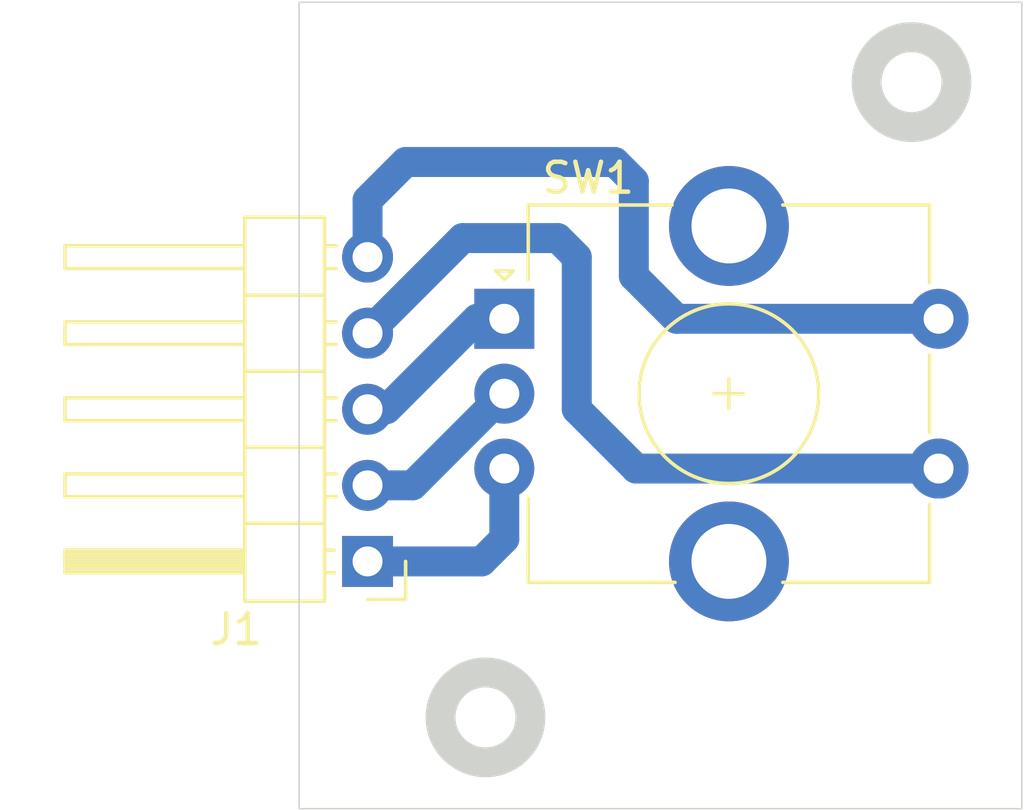
<source format=kicad_pcb>
(kicad_pcb (version 20171130) (host pcbnew "(5.1.6)-1")

  (general
    (thickness 1.6)
    (drawings 12)
    (tracks 20)
    (zones 0)
    (modules 2)
    (nets 1)
  )

  (page A4)
  (layers
    (0 F.Cu signal)
    (31 B.Cu signal)
    (32 B.Adhes user)
    (33 F.Adhes user)
    (34 B.Paste user)
    (35 F.Paste user)
    (36 B.SilkS user)
    (37 F.SilkS user)
    (38 B.Mask user)
    (39 F.Mask user)
    (40 Dwgs.User user)
    (41 Cmts.User user)
    (42 Eco1.User user)
    (43 Eco2.User user)
    (44 Edge.Cuts user)
    (45 Margin user)
    (46 B.CrtYd user)
    (47 F.CrtYd user)
    (48 B.Fab user)
    (49 F.Fab user)
  )

  (setup
    (last_trace_width 0.25)
    (user_trace_width 1)
    (trace_clearance 0.2)
    (zone_clearance 0.508)
    (zone_45_only no)
    (trace_min 0.2)
    (via_size 0.8)
    (via_drill 0.4)
    (via_min_size 0.4)
    (via_min_drill 0.3)
    (uvia_size 0.3)
    (uvia_drill 0.1)
    (uvias_allowed no)
    (uvia_min_size 0.2)
    (uvia_min_drill 0.1)
    (edge_width 0.05)
    (segment_width 0.2)
    (pcb_text_width 0.3)
    (pcb_text_size 1.5 1.5)
    (mod_edge_width 0.12)
    (mod_text_size 1 1)
    (mod_text_width 0.15)
    (pad_size 4 4)
    (pad_drill 2.5)
    (pad_to_mask_clearance 0.05)
    (aux_axis_origin 0 0)
    (visible_elements 7FFFFFFF)
    (pcbplotparams
      (layerselection 0x010fc_ffffffff)
      (usegerberextensions false)
      (usegerberattributes true)
      (usegerberadvancedattributes true)
      (creategerberjobfile true)
      (excludeedgelayer true)
      (linewidth 0.100000)
      (plotframeref false)
      (viasonmask false)
      (mode 1)
      (useauxorigin false)
      (hpglpennumber 1)
      (hpglpenspeed 20)
      (hpglpendiameter 15.000000)
      (psnegative false)
      (psa4output false)
      (plotreference true)
      (plotvalue true)
      (plotinvisibletext false)
      (padsonsilk false)
      (subtractmaskfromsilk false)
      (outputformat 1)
      (mirror false)
      (drillshape 1)
      (scaleselection 1)
      (outputdirectory ""))
  )

  (net 0 "")

  (net_class Default "This is the default net class."
    (clearance 0.2)
    (trace_width 0.25)
    (via_dia 0.8)
    (via_drill 0.4)
    (uvia_dia 0.3)
    (uvia_drill 0.1)
  )

  (module Rotary_Encoder:RotaryEncoder_Alps_EC12E-Switch_Vertical_H20mm (layer F.Cu) (tedit 5FCA637A) (tstamp 5FCA680F)
    (at 145.789 102.39)
    (descr "Alps rotary encoder, EC12E... with switch, vertical shaft, http://www.alps.com/prod/info/E/HTML/Encoder/Incremental/EC12E/EC12E1240405.html & http://cdn-reichelt.de/documents/datenblatt/F100/402097STEC12E08.PDF")
    (tags "rotary encoder")
    (path /5FA36CA2)
    (fp_text reference SW1 (at 2.8 -4.7) (layer F.SilkS)
      (effects (font (size 1 1) (thickness 0.15)))
    )
    (fp_text value Rotary_Encoder_Switch (at 7.5 10.4) (layer F.Fab)
      (effects (font (size 1 1) (thickness 0.15)))
    )
    (fp_circle (center 7.5 2.5) (end 10.5 2.5) (layer F.Fab) (width 0.12))
    (fp_circle (center 7.5 2.5) (end 10.5 2.5) (layer F.SilkS) (width 0.12))
    (fp_line (start 16 9.85) (end -1.5 9.85) (layer F.CrtYd) (width 0.05))
    (fp_line (start 16 9.85) (end 16 -4.85) (layer F.CrtYd) (width 0.05))
    (fp_line (start -1.5 -4.85) (end -1.5 9.85) (layer F.CrtYd) (width 0.05))
    (fp_line (start -1.5 -4.85) (end 16 -4.85) (layer F.CrtYd) (width 0.05))
    (fp_line (start 1.9 -3.7) (end 14.1 -3.7) (layer F.Fab) (width 0.12))
    (fp_line (start 14.1 -3.7) (end 14.1 8.7) (layer F.Fab) (width 0.12))
    (fp_line (start 14.1 8.7) (end 0.9 8.7) (layer F.Fab) (width 0.12))
    (fp_line (start 0.9 8.7) (end 0.9 -2.6) (layer F.Fab) (width 0.12))
    (fp_line (start 0.9 -2.6) (end 1.9 -3.7) (layer F.Fab) (width 0.12))
    (fp_line (start 9.3 -3.8) (end 14.2 -3.8) (layer F.SilkS) (width 0.12))
    (fp_line (start 14.2 8.8) (end 9.3 8.8) (layer F.SilkS) (width 0.12))
    (fp_line (start 5.7 8.8) (end 0.8 8.8) (layer F.SilkS) (width 0.12))
    (fp_line (start 0.8 8.8) (end 0.8 6) (layer F.SilkS) (width 0.12))
    (fp_line (start 5.6 -3.8) (end 0.8 -3.8) (layer F.SilkS) (width 0.12))
    (fp_line (start 0.8 -3.8) (end 0.8 -1.3) (layer F.SilkS) (width 0.12))
    (fp_line (start 0 -1.3) (end -0.3 -1.6) (layer F.SilkS) (width 0.12))
    (fp_line (start -0.3 -1.6) (end 0.3 -1.6) (layer F.SilkS) (width 0.12))
    (fp_line (start 0.3 -1.6) (end 0 -1.3) (layer F.SilkS) (width 0.12))
    (fp_line (start 7.5 -0.5) (end 7.5 5.5) (layer F.Fab) (width 0.12))
    (fp_line (start 4.5 2.5) (end 10.5 2.5) (layer F.Fab) (width 0.12))
    (fp_line (start 14.2 -3.8) (end 14.2 -1.2) (layer F.SilkS) (width 0.12))
    (fp_line (start 14.2 1.2) (end 14.2 3.8) (layer F.SilkS) (width 0.12))
    (fp_line (start 14.2 6.2) (end 14.2 8.8) (layer F.SilkS) (width 0.12))
    (fp_line (start 7.5 2) (end 7.5 3) (layer F.SilkS) (width 0.12))
    (fp_line (start 7 2.5) (end 8 2.5) (layer F.SilkS) (width 0.12))
    (fp_text user %R (at 11.5 6.6) (layer F.Fab)
      (effects (font (size 1 1) (thickness 0.15)))
    )
    (pad S2 thru_hole circle (at 14.5 5) (size 2 2) (drill 1) (layers *.Cu *.Mask))
    (pad S1 thru_hole circle (at 14.5 0) (size 2 2) (drill 1) (layers *.Cu *.Mask))
    (pad MP thru_hole circle (at 7.5 8.1) (size 4 4) (drill 2.5) (layers *.Cu *.Mask))
    (pad MP thru_hole circle (at 7.5 -3.1) (size 4 4) (drill 2.5) (layers *.Cu *.Mask))
    (pad B thru_hole circle (at 0 5) (size 2 2) (drill 1) (layers *.Cu *.Mask))
    (pad C thru_hole circle (at 0 2.5) (size 2 2) (drill 1) (layers *.Cu *.Mask))
    (pad A thru_hole rect (at 0 0) (size 2 2) (drill 1) (layers *.Cu *.Mask))
    (model ${KISYS3DMOD}/Rotary_Encoder.3dshapes/RotaryEncoder_Alps_EC12E-Switch_Vertical_H20mm.wrl
      (at (xyz 0 0 0))
      (scale (xyz 1 1 1))
      (rotate (xyz 0 0 0))
    )
  )

  (module Connector_PinHeader_2.54mm:PinHeader_1x05_P2.54mm_Horizontal (layer F.Cu) (tedit 59FED5CB) (tstamp 5FCA67A1)
    (at 141.224 110.49 180)
    (descr "Through hole angled pin header, 1x05, 2.54mm pitch, 6mm pin length, single row")
    (tags "Through hole angled pin header THT 1x05 2.54mm single row")
    (path /5FA37B5F)
    (fp_text reference J1 (at 4.385 -2.27) (layer F.SilkS)
      (effects (font (size 1 1) (thickness 0.15)))
    )
    (fp_text value Conn_2Rows-05Pins (at 4.385 12.43) (layer F.Fab)
      (effects (font (size 1 1) (thickness 0.15)))
    )
    (fp_line (start 10.55 -1.8) (end -1.8 -1.8) (layer F.CrtYd) (width 0.05))
    (fp_line (start 10.55 11.95) (end 10.55 -1.8) (layer F.CrtYd) (width 0.05))
    (fp_line (start -1.8 11.95) (end 10.55 11.95) (layer F.CrtYd) (width 0.05))
    (fp_line (start -1.8 -1.8) (end -1.8 11.95) (layer F.CrtYd) (width 0.05))
    (fp_line (start -1.27 -1.27) (end 0 -1.27) (layer F.SilkS) (width 0.12))
    (fp_line (start -1.27 0) (end -1.27 -1.27) (layer F.SilkS) (width 0.12))
    (fp_line (start 1.042929 10.54) (end 1.44 10.54) (layer F.SilkS) (width 0.12))
    (fp_line (start 1.042929 9.78) (end 1.44 9.78) (layer F.SilkS) (width 0.12))
    (fp_line (start 10.1 10.54) (end 4.1 10.54) (layer F.SilkS) (width 0.12))
    (fp_line (start 10.1 9.78) (end 10.1 10.54) (layer F.SilkS) (width 0.12))
    (fp_line (start 4.1 9.78) (end 10.1 9.78) (layer F.SilkS) (width 0.12))
    (fp_line (start 1.44 8.89) (end 4.1 8.89) (layer F.SilkS) (width 0.12))
    (fp_line (start 1.042929 8) (end 1.44 8) (layer F.SilkS) (width 0.12))
    (fp_line (start 1.042929 7.24) (end 1.44 7.24) (layer F.SilkS) (width 0.12))
    (fp_line (start 10.1 8) (end 4.1 8) (layer F.SilkS) (width 0.12))
    (fp_line (start 10.1 7.24) (end 10.1 8) (layer F.SilkS) (width 0.12))
    (fp_line (start 4.1 7.24) (end 10.1 7.24) (layer F.SilkS) (width 0.12))
    (fp_line (start 1.44 6.35) (end 4.1 6.35) (layer F.SilkS) (width 0.12))
    (fp_line (start 1.042929 5.46) (end 1.44 5.46) (layer F.SilkS) (width 0.12))
    (fp_line (start 1.042929 4.7) (end 1.44 4.7) (layer F.SilkS) (width 0.12))
    (fp_line (start 10.1 5.46) (end 4.1 5.46) (layer F.SilkS) (width 0.12))
    (fp_line (start 10.1 4.7) (end 10.1 5.46) (layer F.SilkS) (width 0.12))
    (fp_line (start 4.1 4.7) (end 10.1 4.7) (layer F.SilkS) (width 0.12))
    (fp_line (start 1.44 3.81) (end 4.1 3.81) (layer F.SilkS) (width 0.12))
    (fp_line (start 1.042929 2.92) (end 1.44 2.92) (layer F.SilkS) (width 0.12))
    (fp_line (start 1.042929 2.16) (end 1.44 2.16) (layer F.SilkS) (width 0.12))
    (fp_line (start 10.1 2.92) (end 4.1 2.92) (layer F.SilkS) (width 0.12))
    (fp_line (start 10.1 2.16) (end 10.1 2.92) (layer F.SilkS) (width 0.12))
    (fp_line (start 4.1 2.16) (end 10.1 2.16) (layer F.SilkS) (width 0.12))
    (fp_line (start 1.44 1.27) (end 4.1 1.27) (layer F.SilkS) (width 0.12))
    (fp_line (start 1.11 0.38) (end 1.44 0.38) (layer F.SilkS) (width 0.12))
    (fp_line (start 1.11 -0.38) (end 1.44 -0.38) (layer F.SilkS) (width 0.12))
    (fp_line (start 4.1 0.28) (end 10.1 0.28) (layer F.SilkS) (width 0.12))
    (fp_line (start 4.1 0.16) (end 10.1 0.16) (layer F.SilkS) (width 0.12))
    (fp_line (start 4.1 0.04) (end 10.1 0.04) (layer F.SilkS) (width 0.12))
    (fp_line (start 4.1 -0.08) (end 10.1 -0.08) (layer F.SilkS) (width 0.12))
    (fp_line (start 4.1 -0.2) (end 10.1 -0.2) (layer F.SilkS) (width 0.12))
    (fp_line (start 4.1 -0.32) (end 10.1 -0.32) (layer F.SilkS) (width 0.12))
    (fp_line (start 10.1 0.38) (end 4.1 0.38) (layer F.SilkS) (width 0.12))
    (fp_line (start 10.1 -0.38) (end 10.1 0.38) (layer F.SilkS) (width 0.12))
    (fp_line (start 4.1 -0.38) (end 10.1 -0.38) (layer F.SilkS) (width 0.12))
    (fp_line (start 4.1 -1.33) (end 1.44 -1.33) (layer F.SilkS) (width 0.12))
    (fp_line (start 4.1 11.49) (end 4.1 -1.33) (layer F.SilkS) (width 0.12))
    (fp_line (start 1.44 11.49) (end 4.1 11.49) (layer F.SilkS) (width 0.12))
    (fp_line (start 1.44 -1.33) (end 1.44 11.49) (layer F.SilkS) (width 0.12))
    (fp_line (start 4.04 10.48) (end 10.04 10.48) (layer F.Fab) (width 0.1))
    (fp_line (start 10.04 9.84) (end 10.04 10.48) (layer F.Fab) (width 0.1))
    (fp_line (start 4.04 9.84) (end 10.04 9.84) (layer F.Fab) (width 0.1))
    (fp_line (start -0.32 10.48) (end 1.5 10.48) (layer F.Fab) (width 0.1))
    (fp_line (start -0.32 9.84) (end -0.32 10.48) (layer F.Fab) (width 0.1))
    (fp_line (start -0.32 9.84) (end 1.5 9.84) (layer F.Fab) (width 0.1))
    (fp_line (start 4.04 7.94) (end 10.04 7.94) (layer F.Fab) (width 0.1))
    (fp_line (start 10.04 7.3) (end 10.04 7.94) (layer F.Fab) (width 0.1))
    (fp_line (start 4.04 7.3) (end 10.04 7.3) (layer F.Fab) (width 0.1))
    (fp_line (start -0.32 7.94) (end 1.5 7.94) (layer F.Fab) (width 0.1))
    (fp_line (start -0.32 7.3) (end -0.32 7.94) (layer F.Fab) (width 0.1))
    (fp_line (start -0.32 7.3) (end 1.5 7.3) (layer F.Fab) (width 0.1))
    (fp_line (start 4.04 5.4) (end 10.04 5.4) (layer F.Fab) (width 0.1))
    (fp_line (start 10.04 4.76) (end 10.04 5.4) (layer F.Fab) (width 0.1))
    (fp_line (start 4.04 4.76) (end 10.04 4.76) (layer F.Fab) (width 0.1))
    (fp_line (start -0.32 5.4) (end 1.5 5.4) (layer F.Fab) (width 0.1))
    (fp_line (start -0.32 4.76) (end -0.32 5.4) (layer F.Fab) (width 0.1))
    (fp_line (start -0.32 4.76) (end 1.5 4.76) (layer F.Fab) (width 0.1))
    (fp_line (start 4.04 2.86) (end 10.04 2.86) (layer F.Fab) (width 0.1))
    (fp_line (start 10.04 2.22) (end 10.04 2.86) (layer F.Fab) (width 0.1))
    (fp_line (start 4.04 2.22) (end 10.04 2.22) (layer F.Fab) (width 0.1))
    (fp_line (start -0.32 2.86) (end 1.5 2.86) (layer F.Fab) (width 0.1))
    (fp_line (start -0.32 2.22) (end -0.32 2.86) (layer F.Fab) (width 0.1))
    (fp_line (start -0.32 2.22) (end 1.5 2.22) (layer F.Fab) (width 0.1))
    (fp_line (start 4.04 0.32) (end 10.04 0.32) (layer F.Fab) (width 0.1))
    (fp_line (start 10.04 -0.32) (end 10.04 0.32) (layer F.Fab) (width 0.1))
    (fp_line (start 4.04 -0.32) (end 10.04 -0.32) (layer F.Fab) (width 0.1))
    (fp_line (start -0.32 0.32) (end 1.5 0.32) (layer F.Fab) (width 0.1))
    (fp_line (start -0.32 -0.32) (end -0.32 0.32) (layer F.Fab) (width 0.1))
    (fp_line (start -0.32 -0.32) (end 1.5 -0.32) (layer F.Fab) (width 0.1))
    (fp_line (start 1.5 -0.635) (end 2.135 -1.27) (layer F.Fab) (width 0.1))
    (fp_line (start 1.5 11.43) (end 1.5 -0.635) (layer F.Fab) (width 0.1))
    (fp_line (start 4.04 11.43) (end 1.5 11.43) (layer F.Fab) (width 0.1))
    (fp_line (start 4.04 -1.27) (end 4.04 11.43) (layer F.Fab) (width 0.1))
    (fp_line (start 2.135 -1.27) (end 4.04 -1.27) (layer F.Fab) (width 0.1))
    (fp_text user %R (at 2.77 5.08 90) (layer F.Fab)
      (effects (font (size 1 1) (thickness 0.15)))
    )
    (pad 1 thru_hole rect (at 0 0 180) (size 1.7 1.7) (drill 1) (layers *.Cu *.Mask))
    (pad 2 thru_hole oval (at 0 2.54 180) (size 1.7 1.7) (drill 1) (layers *.Cu *.Mask))
    (pad 3 thru_hole oval (at 0 5.08 180) (size 1.7 1.7) (drill 1) (layers *.Cu *.Mask))
    (pad 4 thru_hole oval (at 0 7.62 180) (size 1.7 1.7) (drill 1) (layers *.Cu *.Mask))
    (pad 5 thru_hole oval (at 0 10.16 180) (size 1.7 1.7) (drill 1) (layers *.Cu *.Mask))
    (model ${KISYS3DMOD}/Connector_PinHeader_2.54mm.3dshapes/PinHeader_1x05_P2.54mm_Horizontal.wrl
      (at (xyz 0 0 0))
      (scale (xyz 1 1 1))
      (rotate (xyz 0 0 0))
    )
  )

  (gr_circle (center 159.385 94.488) (end 160.885 94.488) (layer Edge.Cuts) (width 1) (tstamp 5FCA680E))
  (gr_circle (center 145.161 115.697) (end 146.661 115.697) (layer Edge.Cuts) (width 1) (tstamp 5FCA67A0))
  (gr_line (start 138.938 118.745) (end 138.938 91.821) (layer Edge.Cuts) (width 0.05) (tstamp 5FA37176))
  (gr_line (start 163.068 91.821) (end 138.938 91.821) (layer Edge.Cuts) (width 0.05))
  (gr_line (start 163.068 118.745) (end 163.068 91.821) (layer Edge.Cuts) (width 0.05))
  (gr_line (start 138.938 118.745) (end 163.068 118.745) (layer Edge.Cuts) (width 0.05))
  (gr_line (start 138.938 91.821) (end 138.938 118.745) (layer Margin) (width 0.15) (tstamp 5FA37175))
  (gr_line (start 142.748 91.821) (end 138.938 91.821) (layer Margin) (width 0.15))
  (gr_line (start 142.748 118.745) (end 138.938 118.745) (layer Margin) (width 0.15))
  (gr_line (start 163.068 118.745) (end 142.748 118.745) (layer Margin) (width 0.15))
  (gr_line (start 163.068 91.821) (end 163.068 118.745) (layer Margin) (width 0.15))
  (gr_line (start 142.748 91.821) (end 163.068 91.821) (layer Margin) (width 0.15))

  (segment (start 141.224 100.33) (end 141.224 98.425) (width 1) (layer B.Cu) (net 0) (tstamp 5FCA67FA))
  (segment (start 141.224 98.425) (end 142.494 97.155) (width 1) (layer B.Cu) (net 0) (tstamp 5FCA67FB))
  (segment (start 149.479 97.155) (end 150.114 97.79) (width 1) (layer B.Cu) (net 0) (tstamp 5FCA67FC))
  (segment (start 150.114 100.965) (end 151.539 102.39) (width 1) (layer B.Cu) (net 0) (tstamp 5FCA67FD))
  (segment (start 150.114 97.79) (end 150.114 100.965) (width 1) (layer B.Cu) (net 0) (tstamp 5FCA6805))
  (segment (start 142.494 97.155) (end 149.479 97.155) (width 1) (layer B.Cu) (net 0) (tstamp 5FCA6807))
  (segment (start 151.539 102.39) (end 160.289 102.39) (width 1) (layer B.Cu) (net 0) (tstamp 5FCA680C))
  (segment (start 148.209 105.41) (end 150.189 107.39) (width 1) (layer B.Cu) (net 0) (tstamp 5FCA67FE))
  (segment (start 141.224 102.87) (end 144.399 99.695) (width 1) (layer B.Cu) (net 0) (tstamp 5FCA6806))
  (segment (start 150.189 107.39) (end 160.289 107.39) (width 1) (layer B.Cu) (net 0) (tstamp 5FCA6808))
  (segment (start 148.209 100.33) (end 148.209 105.41) (width 1) (layer B.Cu) (net 0) (tstamp 5FCA6809))
  (segment (start 144.399 99.695) (end 147.574 99.695) (width 1) (layer B.Cu) (net 0) (tstamp 5FCA680B))
  (segment (start 147.574 99.695) (end 148.209 100.33) (width 1) (layer B.Cu) (net 0) (tstamp 5FCA680D))
  (segment (start 144.879 102.39) (end 141.859 105.41) (width 1) (layer B.Cu) (net 0) (tstamp 5FCA67FF))
  (segment (start 145.789 102.39) (end 144.879 102.39) (width 1) (layer B.Cu) (net 0) (tstamp 5FCA680A))
  (segment (start 142.729 107.95) (end 145.789 104.89) (width 1) (layer B.Cu) (net 0) (tstamp 5FCA6800))
  (segment (start 141.224 107.95) (end 142.729 107.95) (width 1) (layer B.Cu) (net 0) (tstamp 5FCA6801))
  (segment (start 141.224 110.49) (end 145.034 110.49) (width 1) (layer B.Cu) (net 0) (tstamp 5FCA6802))
  (segment (start 145.789 109.735) (end 145.789 107.39) (width 1) (layer B.Cu) (net 0) (tstamp 5FCA6803))
  (segment (start 145.034 110.49) (end 145.789 109.735) (width 1) (layer B.Cu) (net 0) (tstamp 5FCA6804))

)

</source>
